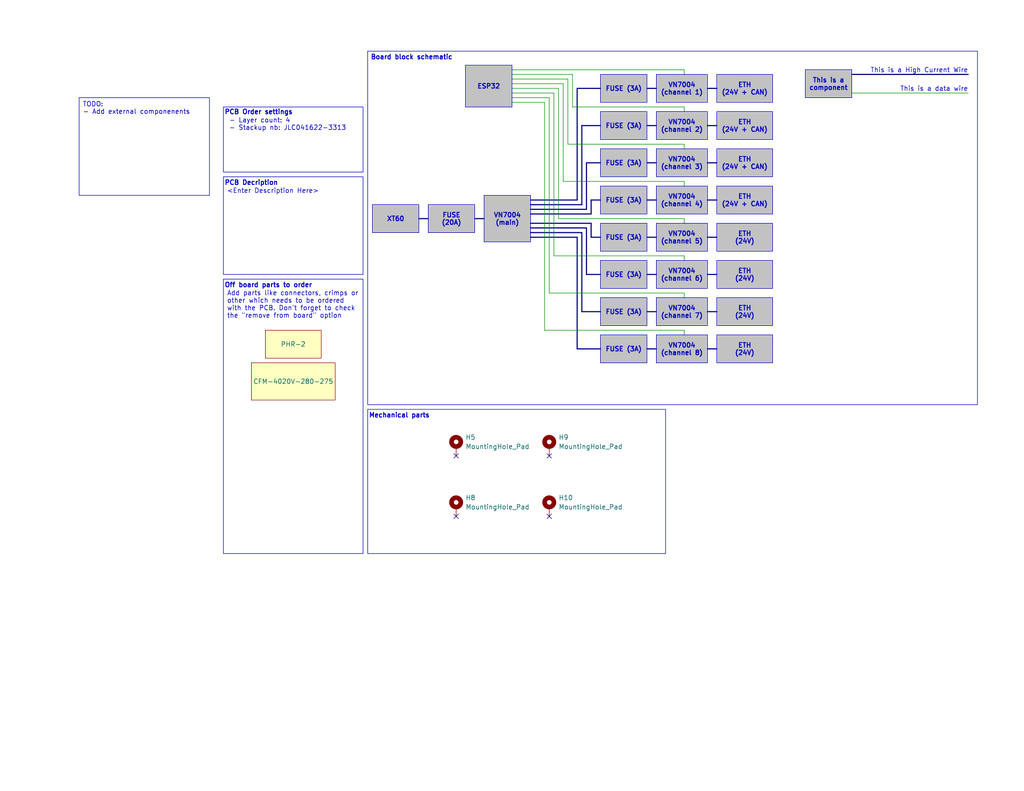
<source format=kicad_sch>
(kicad_sch (version 20231120) (generator "eeschema") (generator_version "8.0")
  (paper "A")
  (lib_symbols
    (symbol "Off Board Part_1" (pin_names (offset 1.016)) (exclude_from_sim yes) (on_board no)
      (property "Value" "CFM-4020V-280-275" (at 0 0 0))
      (symbol "Off Board Part_1_1_1"
        (rectangle (start -11.43 5.08) (end 11.43 -5.08) (fill (type background)))
      )
    )
    (symbol "RoverLibrary:MountingHole_Pad" (pin_numbers hide) (pin_names (offset 1.016) hide) (exclude_from_sim yes) (in_bom no)
      (property "Reference" "H" (at 0 6.35 0))
      (property "Value" "MountingHole_Pad" (at 0 4.445 0))
      (symbol "MountingHole_Pad_0_1"
        (circle (center 0 1.27) (radius 1.27) (stroke (width 1.27)))
      )
      (symbol "MountingHole_Pad_1_1"
        (pin input line (at 0 -2.54 90) (length 2.54) (name "1") (number "1"))
      )
    )
    (symbol "RoverLibrary:Off Board Part" (pin_names (offset 1.016)) (exclude_from_sim yes) (on_board no)
      (property "Value" "~" (at 0 0 0))
      (symbol "Off Board Part_1_1"
        (rectangle (start -7.62 3.81) (end 7.62 -3.81) (fill (type background)))
      )
    )
  )
  (no_connect (at 124.46 124.46))
  (no_connect (at 124.46 140.97))
  (no_connect (at 149.86 140.97))
  (no_connect (at 149.86 124.46))
  (wire (pts (xy 153.67 49.53) (xy 186.69 49.53)))
  (bus (pts (xy 193.04 34.29) (xy 195.58 34.29)))
  (wire (pts (xy 153.67 22.86) (xy 153.67 49.53)))
  (bus (pts (xy 193.04 95.25) (xy 195.58 95.25)))
  (bus (pts (xy 193.04 85.09) (xy 195.58 85.09)))
  (bus (pts (xy 158.75 85.09) (xy 163.83 85.09)))
  (bus (pts (xy 232.41 20.32) (xy 264.16 20.32)))
  (wire (pts (xy 149.86 26.67) (xy 149.86 80.01)))
  (bus (pts (xy 176.53 54.61) (xy 179.07 54.61)))
  (bus (pts (xy 144.78 63.5) (xy 158.75 63.5)))
  (bus (pts (xy 129.54 59.69) (xy 132.08 59.69)))
  (wire (pts (xy 148.59 27.94) (xy 148.59 90.17)))
  (wire (pts (xy 139.7 25.4) (xy 151.13 25.4)))
  (bus (pts (xy 144.78 60.96) (xy 161.29 60.96)))
  (wire (pts (xy 139.7 26.67) (xy 149.86 26.67)))
  (bus (pts (xy 157.48 54.61) (xy 144.78 54.61)))
  (wire (pts (xy 139.7 27.94) (xy 148.59 27.94)))
  (bus (pts (xy 193.04 54.61) (xy 195.58 54.61)))
  (wire (pts (xy 139.7 24.13) (xy 152.4 24.13)))
  (bus (pts (xy 157.48 95.25) (xy 163.83 95.25)))
  (bus (pts (xy 161.29 64.77) (xy 163.83 64.77)))
  (wire (pts (xy 152.4 59.69) (xy 186.69 59.69)))
  (wire (pts (xy 151.13 25.4) (xy 151.13 69.85)))
  (bus (pts (xy 193.04 24.13) (xy 195.58 24.13)))
  (bus (pts (xy 176.53 74.93) (xy 179.07 74.93)))
  (bus (pts (xy 161.29 54.61) (xy 163.83 54.61)))
  (wire (pts (xy 152.4 24.13) (xy 152.4 59.69)))
  (wire (pts (xy 139.7 20.32) (xy 156.21 20.32)))
  (bus (pts (xy 158.75 63.5) (xy 158.75 85.09)))
  (bus (pts (xy 144.78 58.42) (xy 161.29 58.42)))
  (bus (pts (xy 176.53 64.77) (xy 179.07 64.77)))
  (bus (pts (xy 176.53 95.25) (xy 179.07 95.25)))
  (wire (pts (xy 156.21 20.32) (xy 156.21 29.21)))
  (bus (pts (xy 161.29 60.96) (xy 161.29 64.77)))
  (bus (pts (xy 193.04 44.45) (xy 195.58 44.45)))
  (wire (pts (xy 186.69 59.69) (xy 186.69 60.96)))
  (wire (pts (xy 139.7 19.05) (xy 186.69 19.05)))
  (bus (pts (xy 114.3 59.69) (xy 116.84 59.69)))
  (bus (pts (xy 158.75 55.88) (xy 158.75 34.29)))
  (bus (pts (xy 144.78 57.15) (xy 160.02 57.15)))
  (bus (pts (xy 160.02 74.93) (xy 163.83 74.93)))
  (bus (pts (xy 160.02 62.23) (xy 160.02 74.93)))
  (bus (pts (xy 193.04 74.93) (xy 195.58 74.93)))
  (wire (pts (xy 186.69 29.21) (xy 186.69 30.48)))
  (bus (pts (xy 176.53 34.29) (xy 179.07 34.29)))
  (wire (pts (xy 186.69 39.37) (xy 186.69 40.64)))
  (wire (pts (xy 186.69 90.17) (xy 186.69 91.44)))
  (wire (pts (xy 232.41 25.4) (xy 264.16 25.4)))
  (wire (pts (xy 154.94 21.59) (xy 154.94 39.37)))
  (bus (pts (xy 157.48 64.77) (xy 157.48 95.25)))
  (bus (pts (xy 157.48 64.77) (xy 144.78 64.77)))
  (wire (pts (xy 186.69 19.05) (xy 186.69 20.32)))
  (bus (pts (xy 157.48 54.61) (xy 157.48 24.13)))
  (wire (pts (xy 156.21 29.21) (xy 186.69 29.21)))
  (bus (pts (xy 176.53 24.13) (xy 179.07 24.13)))
  (wire (pts (xy 186.69 69.85) (xy 186.69 71.12)))
  (wire (pts (xy 154.94 39.37) (xy 186.69 39.37)))
  (bus (pts (xy 157.48 24.13) (xy 163.83 24.13)))
  (bus (pts (xy 176.53 85.09) (xy 179.07 85.09)))
  (bus (pts (xy 158.75 55.88) (xy 144.78 55.88)))
  (bus (pts (xy 193.04 64.77) (xy 195.58 64.77)))
  (bus (pts (xy 160.02 44.45) (xy 163.83 44.45)))
  (wire (pts (xy 139.7 22.86) (xy 153.67 22.86)))
  (wire (pts (xy 139.7 21.59) (xy 154.94 21.59)))
  (wire (pts (xy 186.69 49.53) (xy 186.69 50.8)))
  (wire (pts (xy 151.13 69.85) (xy 186.69 69.85)))
  (bus (pts (xy 158.75 34.29) (xy 163.83 34.29)))
  (wire (pts (xy 186.69 80.01) (xy 186.69 81.28)))
  (bus (pts (xy 144.78 62.23) (xy 160.02 62.23)))
  (wire (pts (xy 148.59 90.17) (xy 186.69 90.17)))
  (bus (pts (xy 161.29 58.42) (xy 161.29 54.61)))
  (wire (pts (xy 149.86 80.01) (xy 186.69 80.01)))
  (bus (pts (xy 160.02 57.15) (xy 160.02 44.45)))
  (bus (pts (xy 176.53 44.45) (xy 179.07 44.45)))
  (rectangle (start 100.33 13.97) (end 266.7 110.49))
  (rectangle (start 60.96 29.21) (end 99.06 46.99))
  (rectangle (start 100.33 111.76) (end 181.61 151.13))
  (text_box "VN7004\n(channel 6)" (exclude_from_sim yes) (at 179.07 71.12 0) (size 13.97 7.62) (fill (type color) (color 194 194 194 1)) (effects (font (size 1.27 1.27) (thickness 0.254) (bold yes))))
  (text_box "VN7004\n(channel 4)" (exclude_from_sim yes) (at 179.07 50.8 0) (size 13.97 7.62) (fill (type color) (color 194 194 194 1)) (effects (font (size 1.27 1.27) (thickness 0.254) (bold yes))))
  (text_box "ETH \n(24V)" (exclude_from_sim yes) (at 195.58 81.28 0) (size 15.24 7.62) (fill (type color) (color 194 194 194 1)) (effects (font (size 1.27 1.27) (thickness 0.254) (bold yes))))
  (text_box "FUSE (3A)" (exclude_from_sim yes) (at 163.83 20.32 0) (size 12.7 7.62) (fill (type color) (color 194 194 194 1)) (effects (font (size 1.27 1.27) (thickness 0.254) (bold yes))))
  (text_box "TODO:\n- Add external componenents" (at 21.59 26.67 0) (size 35.56 26.67) (effects (font (size 1.27 1.27) (thickness 0.1588)) (justify left top)))
  (text_box "ETH \n(24V + CAN)" (exclude_from_sim yes) (at 195.58 30.48 0) (size 15.24 7.62) (fill (type color) (color 194 194 194 1)) (effects (font (size 1.27 1.27) (thickness 0.254) (bold yes))))
  (text_box "\n<Enter Description Here>\n" (at 60.96 48.26 0) (size 38.1 26.67) (effects (font (size 1.27 1.27)) (justify left top)))
  (text_box "VN7004\n(channel 8)" (exclude_from_sim yes) (at 179.07 91.44 0) (size 13.97 7.62) (fill (type color) (color 194 194 194 1)) (effects (font (size 1.27 1.27) (thickness 0.254) (bold yes))))
  (text_box "FUSE (3A)" (exclude_from_sim yes) (at 163.83 60.96 0) (size 12.7 7.62) (fill (type color) (color 194 194 194 1)) (effects (font (size 1.27 1.27) (thickness 0.254) (bold yes))))
  (text_box "FUSE (3A)" (exclude_from_sim yes) (at 163.83 50.8 0) (size 12.7 7.62) (fill (type color) (color 194 194 194 1)) (effects (font (size 1.27 1.27) (thickness 0.254) (bold yes))))
  (text_box "FUSE (3A)" (exclude_from_sim yes) (at 163.83 81.28 0) (size 12.7 7.62) (fill (type color) (color 194 194 194 1)) (effects (font (size 1.27 1.27) (thickness 0.254) (bold yes))))
  (text_box "FUSE (3A)" (exclude_from_sim yes) (at 163.83 91.44 0) (size 12.7 7.62) (fill (type color) (color 194 194 194 1)) (effects (font (size 1.27 1.27) (thickness 0.254) (bold yes))))
  (text_box "FUSE (3A)" (exclude_from_sim yes) (at 163.83 30.48 0) (size 12.7 7.62) (fill (type color) (color 194 194 194 1)) (effects (font (size 1.27 1.27) (thickness 0.254) (bold yes))))
  (text_box "ESP32" (exclude_from_sim yes) (at 127 17.78 0) (size 12.7 11.43) (fill (type color) (color 194 194 194 1)) (effects (font (size 1.27 1.27) (thickness 0.254) (bold yes))))
  (text_box "VN7004\n(channel 3)" (exclude_from_sim yes) (at 179.07 40.64 0) (size 13.97 7.62) (fill (type color) (color 194 194 194 1)) (effects (font (size 1.27 1.27) (thickness 0.254) (bold yes))))
  (text_box "FUSE (20A)" (exclude_from_sim yes) (at 116.84 55.88 0) (size 12.7 7.62) (fill (type color) (color 194 194 194 1)) (effects (font (size 1.27 1.27) (thickness 0.254) (bold yes))))
  (text_box "VN7004\n(channel 7)" (exclude_from_sim yes) (at 179.07 81.28 0) (size 13.97 7.62) (fill (type color) (color 194 194 194 1)) (effects (font (size 1.27 1.27) (thickness 0.254) (bold yes))))
  (text_box "ETH \n(24V + CAN)" (exclude_from_sim yes) (at 195.58 40.64 0) (size 15.24 7.62) (fill (type color) (color 194 194 194 1)) (effects (font (size 1.27 1.27) (thickness 0.254) (bold yes))))
  (text_box "FUSE (3A)" (exclude_from_sim yes) (at 163.83 71.12 0) (size 12.7 7.62) (fill (type color) (color 194 194 194 1)) (effects (font (size 1.27 1.27) (thickness 0.254) (bold yes))))
  (text_box "ETH \n(24V)" (exclude_from_sim yes) (at 195.58 60.96 0) (size 15.24 7.62) (fill (type color) (color 194 194 194 1)) (effects (font (size 1.27 1.27) (thickness 0.254) (bold yes))))
  (text_box "ETH \n(24V)" (exclude_from_sim yes) (at 195.58 91.44 0) (size 15.24 7.62) (fill (type color) (color 194 194 194 1)) (effects (font (size 1.27 1.27) (thickness 0.254) (bold yes))))
  (text_box "This is a component" (exclude_from_sim yes) (at 219.71 19.05 0) (size 12.7 7.62) (fill (type color) (color 194 194 194 1)) (effects (font (size 1.27 1.27) (thickness 0.254) (bold yes))))
  (text_box "VN7004\n(channel 1)" (exclude_from_sim yes) (at 179.07 20.32 0) (size 13.97 7.62) (fill (type color) (color 194 194 194 1)) (effects (font (size 1.27 1.27) (thickness 0.254) (bold yes))))
  (text_box "VN7004\n(channel 2)" (exclude_from_sim yes) (at 179.07 30.48 0) (size 13.97 7.62) (fill (type color) (color 194 194 194 1)) (effects (font (size 1.27 1.27) (thickness 0.254) (bold yes))))
  (text_box "XT60" (exclude_from_sim yes) (at 101.6 55.88 0) (size 12.7 7.62) (fill (type color) (color 194 194 194 1)) (effects (font (size 1.27 1.27) (thickness 0.254) (bold yes))))
  (text_box "ETH \n(24V + CAN)" (exclude_from_sim yes) (at 195.58 20.32 0) (size 15.24 7.62) (fill (type color) (color 194 194 194 1)) (effects (font (size 1.27 1.27) (thickness 0.254) (bold yes))))
  (text_box "ETH \n(24V)" (exclude_from_sim yes) (at 195.58 71.12 0) (size 15.24 7.62) (fill (type color) (color 194 194 194 1)) (effects (font (size 1.27 1.27) (thickness 0.254) (bold yes))))
  (text_box "VN7004\n(main)" (exclude_from_sim yes) (at 132.08 53.34 0) (size 12.7 12.7) (fill (type color) (color 194 194 194 1)) (effects (font (size 1.27 1.27) (thickness 0.254) (bold yes))))
  (text_box "ETH \n(24V + CAN)" (exclude_from_sim yes) (at 195.58 50.8 0) (size 15.24 7.62) (fill (type color) (color 194 194 194 1)) (effects (font (size 1.27 1.27) (thickness 0.254) (bold yes))))
  (text_box "VN7004\n(channel 5)" (exclude_from_sim yes) (at 179.07 60.96 0) (size 13.97 7.62) (fill (type color) (color 194 194 194 1)) (effects (font (size 1.27 1.27) (thickness 0.254) (bold yes))))
  (text_box "FUSE (3A)" (exclude_from_sim yes) (at 163.83 40.64 0) (size 12.7 7.62) (fill (type color) (color 194 194 194 1)) (effects (font (size 1.27 1.27) (thickness 0.254) (bold yes))))
  (text_box "\nAdd parts like connectors, crimps or other which needs to be ordered with the PCB. Don't forget to check the \"remove from board\" option\n" (at 60.96 76.2 0) (size 38.1 74.93) (effects (font (size 1.27 1.27)) (justify left top)))
  (text "- Layer count: 4\n- Stackup nb: JLC041622-3313\n" (at 62.484 32.258 0) (effects (font (size 1.27 1.27) (thickness 0.1588)) (justify left top)))
  (text "Mechanical parts" (at 100.584 113.538 0) (effects (font (size 1.27 1.27) (thickness 0.254) (bold yes)) (justify left)))
  (text "Board block schematic" (at 101.092 15.748 0) (effects (font (size 1.27 1.27) (thickness 0.254) (bold yes)) (justify left)))
  (text "This is a data wire" (at 264.16 24.384 0) (effects (font (size 1.27 1.27)) (justify right)))
  (text "Off board parts to order" (at 61.214 77.978 0) (effects (font (size 1.27 1.27) (thickness 0.254) (bold yes)) (justify left)))
  (text "PCB Decription" (at 61.214 50.038 0) (effects (font (size 1.27 1.27) (thickness 0.254) (bold yes)) (justify left)))
  (text "PCB Order settings" (at 61.214 30.734 0) (effects (font (size 1.27 1.27) (thickness 0.254) (bold yes)) (justify left)))
  (text "This is a High Current Wire" (at 264.16 19.304 0) (effects (font (size 1.27 1.27)) (justify right)))
  (symbol (lib_id "RoverLibrary:Off Board Part") (at 80.01 93.98 0) (unit 1) (exclude_from_sim yes) (on_board no)
    (property "Reference" "G13" (effects (hide yes)))
    (property "Value" "PHR-2" (at 80.01 93.98 0))
    (property "Digikey" "https://www.digikey.ca/en/products/detail/jst-sales-america-inc/PHR-2/608607" (effects (hide yes)))
  )
  (symbol (lib_id "RoverLibrary:MountingHole_Pad") (at 149.86 138.43 0) (unit 1) (exclude_from_sim yes) (in_bom no)
    (property "Reference" "H10" (at 152.4 135.8899 0) (effects (justify left)))
    (property "Value" "MountingHole_Pad" (at 152.4 138.4299 0) (effects (justify left)))
    (property "Footprint" "MountingHole:MountingHole_3.2mm_M3_DIN965_Pad_TopBottom" (effects (hide yes)))
    (property "Description" "Mounting Hole with connection" (effects (hide yes)))
  )
  (symbol (lib_id "RoverLibrary:MountingHole_Pad") (at 124.46 138.43 0) (unit 1) (exclude_from_sim yes) (in_bom no)
    (property "Reference" "H8" (at 127 135.8899 0) (effects (justify left)))
    (property "Value" "MountingHole_Pad" (at 127 138.4299 0) (effects (justify left)))
    (property "Footprint" "MountingHole:MountingHole_3.2mm_M3_DIN965_Pad_TopBottom" (effects (hide yes)))
    (property "Description" "Mounting Hole with connection" (effects (hide yes)))
  )
  (symbol (lib_name "Off Board Part_1") (lib_id "RoverLibrary:Off Board Part") (at 80.01 104.14 0) (unit 1) (exclude_from_sim yes) (on_board no)
    (property "Reference" "G14" (effects (hide yes)))
    (property "Value" "CFM-4020V-280-275" (at 80.01 104.14 0))
    (property "Digikey" "https://www.digikey.ca/en/products/detail/same-sky-formerly-cui-devices/CFM-4020V-280-275/7620538" (effects (hide yes)))
  )
  (symbol (lib_id "RoverLibrary:MountingHole_Pad") (at 149.86 121.92 0) (unit 1) (exclude_from_sim yes) (in_bom no)
    (property "Reference" "H9" (at 152.4 119.3799 0) (effects (justify left)))
    (property "Value" "MountingHole_Pad" (at 152.4 121.9199 0) (effects (justify left)))
    (property "Footprint" "MountingHole:MountingHole_3.2mm_M3_DIN965_Pad_TopBottom" (effects (hide yes)))
    (property "Description" "Mounting Hole with connection" (effects (hide yes)))
  )
  (symbol (lib_id "RoverLibrary:MountingHole_Pad") (at 124.46 121.92 0) (unit 1) (exclude_from_sim yes) (in_bom no)
    (property "Reference" "H5" (at 127 119.3799 0) (effects (justify left)))
    (property "Value" "MountingHole_Pad" (at 127 121.9199 0) (effects (justify left)))
    (property "Footprint" "MountingHole:MountingHole_3.2mm_M3_DIN965_Pad_TopBottom" (effects (hide yes)))
    (property "Description" "Mounting Hole with connection" (effects (hide yes)))
  )
)
</source>
